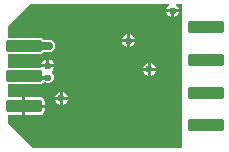
<source format=gbl>
G04*
G04 #@! TF.GenerationSoftware,Altium Limited,Altium Designer,24.4.1 (13)*
G04*
G04 Layer_Physical_Order=2*
G04 Layer_Color=16711680*
%FSLAX25Y25*%
%MOIN*%
G70*
G04*
G04 #@! TF.SameCoordinates,AA9B8025-BE10-49C8-B8BA-64AABDCBB2E5*
G04*
G04*
G04 #@! TF.FilePolarity,Positive*
G04*
G01*
G75*
G04:AMPARAMS|DCode=15|XSize=39.37mil|YSize=118.11mil|CornerRadius=4.92mil|HoleSize=0mil|Usage=FLASHONLY|Rotation=90.000|XOffset=0mil|YOffset=0mil|HoleType=Round|Shape=RoundedRectangle|*
%AMROUNDEDRECTD15*
21,1,0.03937,0.10827,0,0,90.0*
21,1,0.02953,0.11811,0,0,90.0*
1,1,0.00984,0.05413,0.01476*
1,1,0.00984,0.05413,-0.01476*
1,1,0.00984,-0.05413,-0.01476*
1,1,0.00984,-0.05413,0.01476*
%
%ADD15ROUNDEDRECTD15*%
%ADD18C,0.01000*%
%ADD20C,0.02756*%
%ADD21C,0.02362*%
G36*
X90551Y5906D02*
X40758D01*
X32480Y14184D01*
Y17022D01*
X37295D01*
Y20020D01*
Y23017D01*
X32480D01*
Y27319D01*
X43209D01*
X43677Y27412D01*
X44074Y27678D01*
X44171Y27823D01*
X44212Y27863D01*
X44766Y27935D01*
X44796Y27926D01*
X44796Y27926D01*
X45490Y27638D01*
X46242D01*
X46937Y27926D01*
X47468Y28457D01*
X47756Y29152D01*
Y29904D01*
X47468Y30598D01*
X47094Y30973D01*
X47101Y31464D01*
X47152Y31567D01*
X47715Y32131D01*
X48020Y32866D01*
X43430D01*
X43332Y32763D01*
X43234Y32715D01*
X43209Y32720D01*
X32480D01*
Y37319D01*
X43209D01*
X43677Y37412D01*
X44074Y37678D01*
X44244Y37932D01*
X46161D01*
X46976Y38094D01*
X47666Y38555D01*
X48127Y39245D01*
X48289Y40059D01*
X48127Y40873D01*
X47666Y41563D01*
X46976Y42025D01*
X46161Y42186D01*
X44192D01*
X44074Y42362D01*
X43677Y42627D01*
X43209Y42720D01*
X32480D01*
Y46840D01*
X39774Y54134D01*
X86098D01*
X86198Y53634D01*
X86166Y53621D01*
X85553Y53007D01*
X85248Y52272D01*
X89555D01*
X89251Y53007D01*
X88637Y53621D01*
X88605Y53634D01*
X88705Y54134D01*
X90551D01*
Y5906D01*
D02*
G37*
G36*
X43696Y30433D02*
X43726Y30348D01*
X43777Y30273D01*
X43848Y30208D01*
X43939Y30153D01*
X44050Y30108D01*
X44182Y30073D01*
X44334Y30048D01*
X44355Y30046D01*
X44430Y30057D01*
X44532Y30080D01*
X44629Y30109D01*
X44719Y30145D01*
X44804Y30188D01*
X44883Y30237D01*
X44956Y30292D01*
X45023Y30354D01*
Y28701D01*
X44956Y28763D01*
X44883Y28818D01*
X44804Y28867D01*
X44719Y28910D01*
X44629Y28946D01*
X44532Y28975D01*
X44430Y28998D01*
X44355Y29010D01*
X44333Y29008D01*
X44181Y28983D01*
X44049Y28948D01*
X43937Y28903D01*
X43846Y28848D01*
X43775Y28784D01*
X43724Y28709D01*
X43694Y28624D01*
X43683Y28530D01*
X43686Y30528D01*
X43696Y30433D01*
D02*
G37*
%LPC*%
G36*
X89555Y51272D02*
X87902D01*
Y49618D01*
X88637Y49923D01*
X89251Y50536D01*
X89555Y51272D01*
D02*
G37*
G36*
X86902D02*
X85248D01*
X85553Y50536D01*
X86166Y49923D01*
X86902Y49618D01*
Y51272D01*
D02*
G37*
G36*
X73236Y43886D02*
Y42232D01*
X74890D01*
X74585Y42968D01*
X73972Y43581D01*
X73236Y43886D01*
D02*
G37*
G36*
X72236D02*
X71501Y43581D01*
X70887Y42968D01*
X70582Y42232D01*
X72236D01*
Y43886D01*
D02*
G37*
G36*
X74890Y41232D02*
X73236D01*
Y39579D01*
X73972Y39883D01*
X74585Y40497D01*
X74890Y41232D01*
D02*
G37*
G36*
X72236D02*
X70582D01*
X70887Y40497D01*
X71501Y39883D01*
X72236Y39579D01*
Y41232D01*
D02*
G37*
G36*
X46366Y35520D02*
Y33866D01*
X48020D01*
X47715Y34602D01*
X47102Y35215D01*
X46366Y35520D01*
D02*
G37*
G36*
X45366D02*
X44631Y35215D01*
X44017Y34602D01*
X43712Y33866D01*
X45366D01*
Y35520D01*
D02*
G37*
G36*
X80126Y34437D02*
Y32783D01*
X81780D01*
X81475Y33519D01*
X80862Y34133D01*
X80126Y34437D01*
D02*
G37*
G36*
X79126D02*
X78391Y34133D01*
X77777Y33519D01*
X77472Y32783D01*
X79126D01*
Y34437D01*
D02*
G37*
G36*
X81780Y31784D02*
X80126D01*
Y30130D01*
X80862Y30434D01*
X81475Y31048D01*
X81780Y31784D01*
D02*
G37*
G36*
X79126D02*
X77472D01*
X77777Y31048D01*
X78391Y30434D01*
X79126Y30130D01*
Y31784D01*
D02*
G37*
G36*
X50795Y24693D02*
Y23039D01*
X52449D01*
X52144Y23775D01*
X51531Y24388D01*
X50795Y24693D01*
D02*
G37*
G36*
X49795D02*
X49060Y24388D01*
X48446Y23775D01*
X48142Y23039D01*
X49795D01*
Y24693D01*
D02*
G37*
G36*
X43209Y23017D02*
X38295D01*
Y20520D01*
X44730D01*
Y21496D01*
X44614Y22078D01*
X44284Y22572D01*
X43791Y22902D01*
X43209Y23017D01*
D02*
G37*
G36*
X52449Y22039D02*
X50795D01*
Y20386D01*
X51531Y20690D01*
X52144Y21304D01*
X52449Y22039D01*
D02*
G37*
G36*
X49795D02*
X48142D01*
X48446Y21304D01*
X49060Y20690D01*
X49795Y20386D01*
Y22039D01*
D02*
G37*
G36*
X44730Y19520D02*
X38295D01*
Y17022D01*
X43209D01*
X43791Y17138D01*
X44284Y17468D01*
X44614Y17961D01*
X44730Y18543D01*
Y19520D01*
D02*
G37*
%LPD*%
D15*
X37795Y20020D02*
D03*
Y30020D02*
D03*
Y40020D02*
D03*
X98425Y46339D02*
D03*
Y35433D02*
D03*
Y24528D02*
D03*
Y13622D02*
D03*
D18*
X37795Y30020D02*
X38287Y29528D01*
X45866D01*
D20*
Y40059D02*
X46161D01*
X38681D02*
X45866D01*
X38484Y39862D02*
X38681Y40059D01*
X38327Y40020D02*
X38484Y39862D01*
X37795Y40020D02*
X38327D01*
D21*
X79626Y32283D02*
D03*
X72736Y41732D02*
D03*
X87402Y51772D02*
D03*
X45866Y40059D02*
D03*
Y33366D02*
D03*
X50295Y22539D02*
D03*
X45866Y29528D02*
D03*
M02*

</source>
